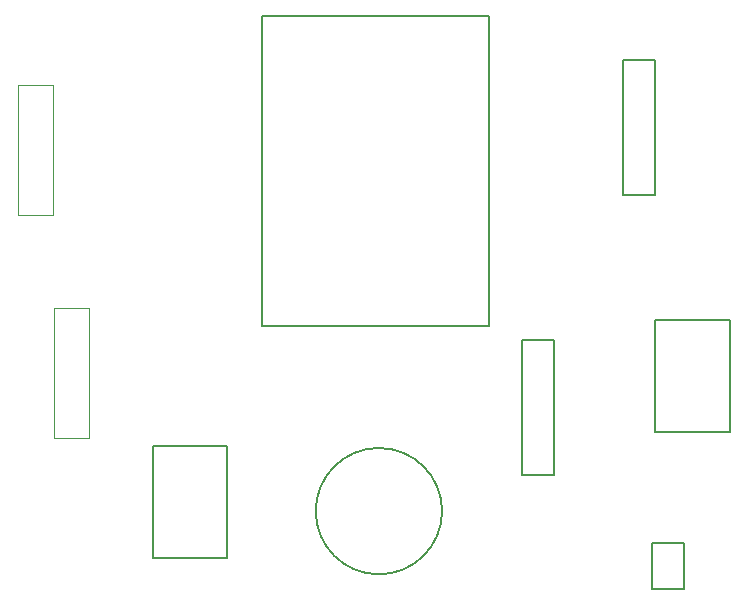
<source format=gbr>
G04*
G04 #@! TF.GenerationSoftware,Altium Limited,Altium Designer,22.4.2 (48)*
G04*
G04 Layer_Color=32768*
%FSLAX25Y25*%
%MOIN*%
G70*
G04*
G04 #@! TF.SameCoordinates,897C8E4D-7720-40B5-A877-0FB78C4BABC8*
G04*
G04*
G04 #@! TF.FilePolarity,Positive*
G04*
G01*
G75*
%ADD11C,0.00500*%
%ADD13C,0.00787*%
%ADD40C,0.00197*%
D11*
X363599Y317799D02*
Y355201D01*
Y317799D02*
X388402D01*
Y355201D01*
X363599D02*
X388402D01*
X531099Y359799D02*
Y397201D01*
Y359799D02*
X555902D01*
Y397201D01*
X531099D02*
X555902D01*
D13*
X439000Y312437D02*
G03*
X439000Y354563I0J21063D01*
G01*
D02*
G03*
X439000Y312437I0J-21063D01*
G01*
X486685Y345461D02*
X497315D01*
Y390539D01*
X486685D02*
X497315D01*
X486685Y345461D02*
Y390539D01*
X520311Y438740D02*
X530941D01*
Y483819D01*
X520311D02*
X530941D01*
X520311Y438740D02*
Y483819D01*
X530185Y307402D02*
X540815D01*
Y322756D01*
X530185D02*
X540815D01*
X530185Y307402D02*
Y322756D01*
X400169Y395232D02*
Y498579D01*
Y395232D02*
X475760D01*
Y498579D01*
X400169D02*
X475760D01*
D40*
X330614Y401134D02*
X342386D01*
Y357866D02*
Y401134D01*
X330614Y357866D02*
X342386D01*
X330614D02*
Y401134D01*
X318740Y475413D02*
X330512D01*
Y432146D02*
Y475413D01*
X318740Y432146D02*
X330512D01*
X318740D02*
Y475413D01*
M02*

</source>
